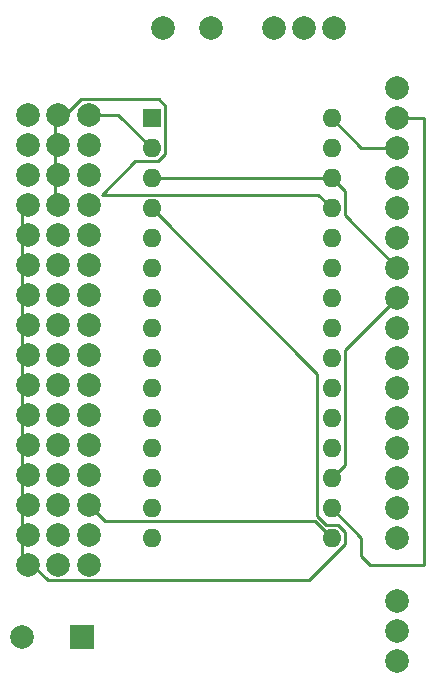
<source format=gbr>
%TF.GenerationSoftware,KiCad,Pcbnew,9.0.6*%
%TF.CreationDate,2025-12-02T14:29:33+01:00*%
%TF.ProjectId,NANO_Shield,4e414e4f-5f53-4686-9965-6c642e6b6963,rev?*%
%TF.SameCoordinates,Original*%
%TF.FileFunction,Copper,L2,Bot*%
%TF.FilePolarity,Positive*%
%FSLAX46Y46*%
G04 Gerber Fmt 4.6, Leading zero omitted, Abs format (unit mm)*
G04 Created by KiCad (PCBNEW 9.0.6) date 2025-12-02 14:29:33*
%MOMM*%
%LPD*%
G01*
G04 APERTURE LIST*
%TA.AperFunction,ComponentPad*%
%ADD10C,2.000000*%
%TD*%
%TA.AperFunction,ComponentPad*%
%ADD11R,1.600000X1.600000*%
%TD*%
%TA.AperFunction,ComponentPad*%
%ADD12O,1.600000X1.600000*%
%TD*%
%TA.AperFunction,ComponentPad*%
%ADD13R,2.000000X2.000000*%
%TD*%
%TA.AperFunction,Conductor*%
%ADD14C,0.250000*%
%TD*%
G04 APERTURE END LIST*
D10*
%TO.P,S 9V,1*%
%TO.N,N/C*%
X137380000Y-305100000D03*
%TO.P,S 9V,2*%
%TO.N,Net-(A1-Pad30)*%
X134840000Y-305100000D03*
%TO.P,S 9V,3*%
X132300000Y-305100000D03*
%TD*%
%TO.P,,16*%
%TO.N,Net-(A1-Pad30)*%
X127000000Y-305100000D03*
%TD*%
%TO.P,,16*%
%TO.N,Net-(A1-Pad29)*%
X122900000Y-305100000D03*
%TD*%
D11*
%TO.P,A1,1*%
%TO.N,Net-(A1-Pad1)*%
X121951001Y-312695001D03*
D12*
%TO.P,A1,2*%
%TO.N,Net-(A1-Pad2)*%
X121951001Y-315235001D03*
%TO.P,A1,3*%
%TO.N,Net-(A1-Pad28)*%
X121951001Y-317775001D03*
%TO.P,A1,4*%
%TO.N,Net-(A1-Pad29)*%
X121951001Y-320315001D03*
%TO.P,A1,5*%
%TO.N,Net-(A1-Pad5)*%
X121951001Y-322855001D03*
%TO.P,A1,6*%
%TO.N,Net-(A1-Pad6)*%
X121951001Y-325395001D03*
%TO.P,A1,7*%
%TO.N,Net-(A1-Pad7)*%
X121951001Y-327935001D03*
%TO.P,A1,8*%
%TO.N,Net-(A1-Pad8)*%
X121951001Y-330475001D03*
%TO.P,A1,9*%
%TO.N,Net-(A1-Pad9)*%
X121951001Y-333015001D03*
%TO.P,A1,10*%
%TO.N,Net-(A1-Pad10)*%
X121951001Y-335555001D03*
%TO.P,A1,11*%
%TO.N,Net-(A1-Pad11)*%
X121951001Y-338095001D03*
%TO.P,A1,12*%
%TO.N,Net-(A1-Pad12)*%
X121951001Y-340635001D03*
%TO.P,A1,13*%
%TO.N,Net-(A1-Pad13)*%
X121951001Y-343175001D03*
%TO.P,A1,14*%
%TO.N,Net-(A1-Pad14)*%
X121951001Y-345715001D03*
%TO.P,A1,15*%
%TO.N,Net-(A1-Pad15)*%
X121951001Y-348255001D03*
%TO.P,A1,16*%
%TO.N,Net-(A1-Pad16)*%
X137191001Y-348255001D03*
%TO.P,A1,17*%
%TO.N,Net-(A1-Pad17)*%
X137191001Y-345715001D03*
%TO.P,A1,18*%
%TO.N,Net-(A1-Pad18)*%
X137191001Y-343175001D03*
%TO.P,A1,19*%
%TO.N,Net-(A1-Pad19)*%
X137191001Y-340635001D03*
%TO.P,A1,20*%
%TO.N,Net-(A1-Pad20)*%
X137191001Y-338095001D03*
%TO.P,A1,21*%
%TO.N,Net-(A1-Pad21)*%
X137191001Y-335555001D03*
%TO.P,A1,22*%
%TO.N,Net-(A1-Pad22)*%
X137191001Y-333015001D03*
%TO.P,A1,23*%
%TO.N,Net-(A1-Pad23)*%
X137191001Y-330475001D03*
%TO.P,A1,24*%
%TO.N,Net-(A1-Pad24)*%
X137191001Y-327935001D03*
%TO.P,A1,25*%
%TO.N,Net-(A1-Pad25)*%
X137191001Y-325395001D03*
%TO.P,A1,26*%
%TO.N,Net-(A1-Pad26)*%
X137191001Y-322855001D03*
%TO.P,A1,27*%
%TO.N,Net-(A1-Pad27)*%
X137191001Y-320315001D03*
%TO.P,A1,28*%
%TO.N,Net-(A1-Pad28)*%
X137191001Y-317775001D03*
%TO.P,A1,29*%
%TO.N,Net-(A1-Pad29)*%
X137191001Y-315235001D03*
%TO.P,A1,30*%
%TO.N,Net-(A1-Pad30)*%
X137191001Y-312695001D03*
%TD*%
D10*
%TO.P,J2,1*%
%TO.N,Net-(A1-Pad27)*%
X114046000Y-312420000D03*
%TO.P,J2,2*%
X114046000Y-314960000D03*
%TO.P,J2,3*%
X114046000Y-317500000D03*
%TO.P,J2,4*%
X114046000Y-320040000D03*
%TO.P,J2,5*%
X114046000Y-322580000D03*
%TO.P,J2,6*%
X114046000Y-325120000D03*
%TO.P,J2,7*%
X114046000Y-327660000D03*
%TO.P,J2,8*%
X114046000Y-330200000D03*
%TO.P,J2,9*%
X114046000Y-332740000D03*
%TO.P,J2,10*%
X114046000Y-335280000D03*
%TO.P,J2,11*%
X114046000Y-337820000D03*
%TO.P,J2,12*%
X114046000Y-340360000D03*
%TO.P,J2,13*%
X114046000Y-342900000D03*
%TO.P,J2,14*%
X114046000Y-345440000D03*
%TO.P,J2,15*%
X114046000Y-347980000D03*
%TO.P,J2,16*%
X114046000Y-350520000D03*
%TD*%
%TO.P,J3,1*%
%TO.N,Net-(A1-Pad2)*%
X116650000Y-312430000D03*
%TO.P,J3,2*%
%TO.N,Net-(A1-Pad1)*%
X116650000Y-314970000D03*
%TO.P,J3,3*%
%TO.N,Net-(A1-Pad5)*%
X116650000Y-317510000D03*
%TO.P,J3,4*%
%TO.N,Net-(A1-Pad6)*%
X116650000Y-320050000D03*
%TO.P,J3,5*%
%TO.N,Net-(A1-Pad7)*%
X116650000Y-322590000D03*
%TO.P,J3,6*%
%TO.N,Net-(A1-Pad8)*%
X116650000Y-325130000D03*
%TO.P,J3,7*%
%TO.N,Net-(A1-Pad9)*%
X116650000Y-327670000D03*
%TO.P,J3,8*%
%TO.N,Net-(A1-Pad10)*%
X116650000Y-330210000D03*
%TO.P,J3,9*%
%TO.N,Net-(A1-Pad11)*%
X116650000Y-332750000D03*
%TO.P,J3,10*%
%TO.N,Net-(A1-Pad12)*%
X116650000Y-335290000D03*
%TO.P,J3,11*%
%TO.N,Net-(A1-Pad13)*%
X116650000Y-337830000D03*
%TO.P,J3,12*%
%TO.N,Net-(A1-Pad14)*%
X116650000Y-340370000D03*
%TO.P,J3,13*%
%TO.N,Net-(A1-Pad15)*%
X116650000Y-342910000D03*
%TO.P,J3,14*%
%TO.N,Net-(A1-Pad16)*%
X116650000Y-345450000D03*
%TO.P,J3,15*%
%TO.N,Net-(A1-Pad27)*%
X116650000Y-347990000D03*
%TO.P,J3,16*%
%TO.N,Net-(A1-Pad29)*%
X116650000Y-350530000D03*
%TD*%
%TO.P,J4,1*%
%TO.N,Net-(A1-Pad19)*%
X142748000Y-348234000D03*
%TO.P,J4,2*%
%TO.N,Net-(A1-Pad20)*%
X142748000Y-345694000D03*
%TO.P,J4,3*%
%TO.N,Net-(A1-Pad21)*%
X142748000Y-343154000D03*
%TO.P,J4,4*%
%TO.N,Net-(A1-Pad22)*%
X142748000Y-340614000D03*
%TO.P,J4,5*%
%TO.N,Net-(A1-Pad23)*%
X142748000Y-338074000D03*
%TO.P,J4,6*%
%TO.N,Net-(A1-Pad24)*%
X142748000Y-335534000D03*
%TO.P,J4,7*%
%TO.N,Net-(A1-Pad25)*%
X142748000Y-332994000D03*
%TO.P,J4,8*%
%TO.N,Net-(A1-Pad26)*%
X142748000Y-330454000D03*
%TO.P,J4,9*%
%TO.N,Net-(A1-Pad18)*%
X142748000Y-327914000D03*
%TO.P,J4,10*%
%TO.N,Net-(A1-Pad28)*%
X142748000Y-325374000D03*
%TO.P,J4,11*%
%TO.N,Net-(J4-Pad11)*%
X142748000Y-322834000D03*
%TO.P,J4,12*%
%TO.N,Net-(J4-Pad12)*%
X142748000Y-320294000D03*
%TO.P,J4,13*%
%TO.N,Net-(J4-Pad13)*%
X142748000Y-317754000D03*
%TO.P,J4,14*%
%TO.N,Net-(A1-Pad30)*%
X142748000Y-315214000D03*
%TO.P,J4,15*%
%TO.N,Net-(A1-Pad17)*%
X142748000Y-312674000D03*
%TO.P,J4,16*%
%TO.N,Net-(A1-Pad27)*%
X142748000Y-310134000D03*
%TD*%
%TO.P,S 5V,1*%
%TO.N,Net-(S1-Pad1)*%
X142748000Y-358648000D03*
%TO.P,S 5V,2*%
%TO.N,Net-(A1-Pad27)*%
X142748000Y-356108000D03*
%TO.P,S 5V,3*%
%TO.N,Net-(S1-Pad3)*%
X142748000Y-353568000D03*
%TD*%
%TO.P,GND,1*%
%TO.N,Net-(A1-Pad29)*%
X110998000Y-356616000D03*
D13*
%TO.P,GND,2*%
%TO.N,Net-(S1-Pad1)*%
X116078000Y-356616000D03*
%TD*%
D10*
%TO.P,J1,1*%
%TO.N,Net-(A1-Pad29)*%
X111506000Y-350520000D03*
%TO.P,J1,2*%
X111506000Y-347980000D03*
%TO.P,J1,3*%
X111506000Y-345440000D03*
%TO.P,J1,4*%
X111506000Y-342900000D03*
%TO.P,J1,5*%
X111506000Y-340360000D03*
%TO.P,J1,6*%
X111506000Y-337820000D03*
%TO.P,J1,7*%
X111506000Y-335280000D03*
%TO.P,J1,8*%
X111506000Y-332740000D03*
%TO.P,J1,9*%
X111506000Y-330200000D03*
%TO.P,J1,10*%
X111506000Y-327660000D03*
%TO.P,J1,11*%
X111506000Y-325120000D03*
%TO.P,J1,12*%
X111506000Y-322580000D03*
%TO.P,J1,13*%
X111506000Y-320040000D03*
%TO.P,J1,14*%
X111506000Y-317500000D03*
%TO.P,J1,15*%
X111506000Y-314960000D03*
%TO.P,J1,16*%
X111506000Y-312420000D03*
%TD*%
D14*
%TO.N,Net-(A1-Pad17)*%
X142748000Y-312674000D02*
X145034000Y-312674000D01*
X145034000Y-350520000D02*
X140462000Y-350520000D01*
X139700000Y-349758000D02*
X139700000Y-348224000D01*
X140462000Y-350520000D02*
X139700000Y-349758000D01*
X145034000Y-312674000D02*
X145034000Y-350520000D01*
X139700000Y-348224000D02*
X137191001Y-345715001D01*
%TO.N,Net-(A1-Pad2)*%
X119146000Y-312430000D02*
X121951001Y-315235001D01*
X116650000Y-312430000D02*
X119146000Y-312430000D01*
%TO.N,Net-(A1-Pad18)*%
X138316002Y-332345998D02*
X142748000Y-327914000D01*
X138316002Y-342050000D02*
X138316002Y-332345998D01*
X137191001Y-343175001D02*
X138316002Y-342050000D01*
%TO.N,Net-(A1-Pad28)*%
X138316002Y-320942002D02*
X138316002Y-318900002D01*
X138316002Y-318900002D02*
X137191001Y-317775001D01*
X142748000Y-325374000D02*
X138316002Y-320942002D01*
X121951001Y-317775001D02*
X137191001Y-317775001D01*
%TO.N,Net-(A1-Pad29)*%
X110998000Y-349687002D02*
X110998000Y-320040000D01*
X135962403Y-334326403D02*
X135962403Y-346389993D01*
X135266003Y-351845001D02*
X113155999Y-351845001D01*
X137731002Y-347130000D02*
X138316002Y-347715000D01*
X135962403Y-346389993D02*
X136702410Y-347130000D01*
X136702410Y-347130000D02*
X137731002Y-347130000D01*
X138316002Y-347715000D02*
X138316002Y-348795002D01*
X113155999Y-351845001D02*
X110998000Y-349687002D01*
X121951001Y-320315001D02*
X135962403Y-334326403D01*
X138316002Y-348795002D02*
X135266003Y-351845001D01*
%TO.N,Net-(A1-Pad27)*%
X113792000Y-313326998D02*
X113792000Y-320040000D01*
X117751002Y-319190000D02*
X120581000Y-316360002D01*
X136066000Y-319190000D02*
X117751002Y-319190000D01*
X123076002Y-311635000D02*
X122546001Y-311104999D01*
X137191001Y-320315001D02*
X136066000Y-319190000D01*
X122491002Y-316360002D02*
X123076002Y-315775002D01*
X122546001Y-311104999D02*
X116013999Y-311104999D01*
X116013999Y-311104999D02*
X113792000Y-313326998D01*
X120581000Y-316360002D02*
X122491002Y-316360002D01*
X123076002Y-315775002D02*
X123076002Y-311635000D01*
%TO.N,Net-(A1-Pad30)*%
X142748000Y-315214000D02*
X139710000Y-315214000D01*
X139710000Y-315214000D02*
X137191001Y-312695001D01*
%TO.N,Net-(A1-Pad16)*%
X118040002Y-346840002D02*
X116650000Y-345450000D01*
X137191001Y-348255001D02*
X135776002Y-346840002D01*
X135776002Y-346840002D02*
X118040002Y-346840002D01*
%TD*%
M02*

</source>
